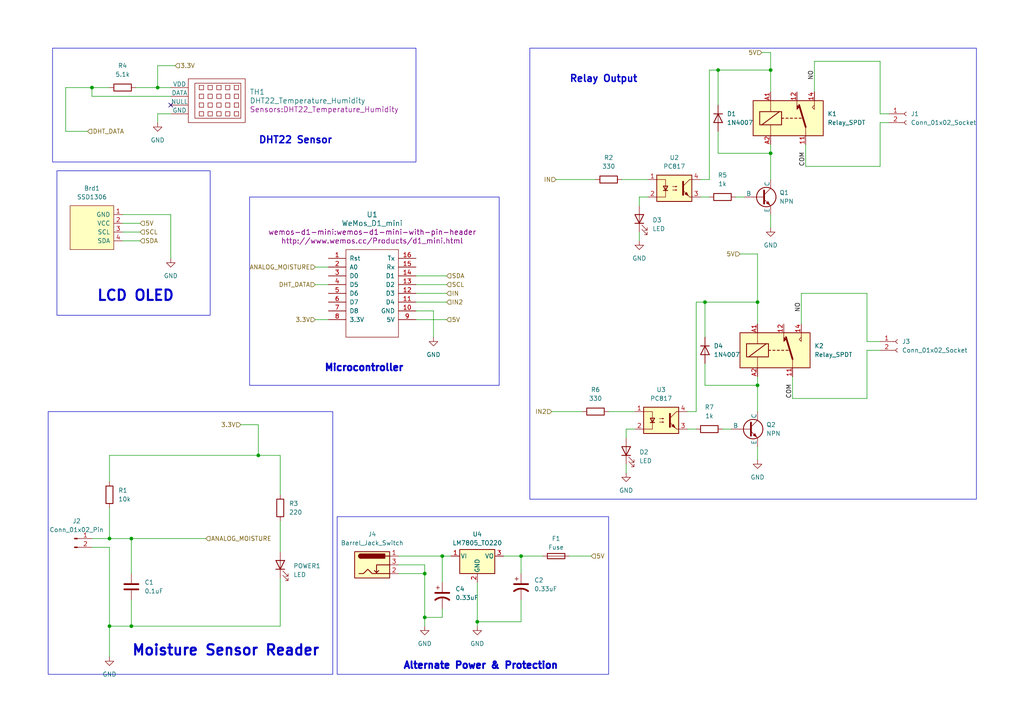
<source format=kicad_sch>
(kicad_sch (version 20230121) (generator eeschema)
  (paper "A4")
  (title_block (title "GreenConnect") (date "2023-12-18") (comment 1 "Kelompok 7") (comment 2 "Muhammad Daffa Aryasetya (2106705751)") (comment 3 "Elvina Sunardi (2106706413)") (comment 4 "Muhammad Taqiyuddin Al Ghazi (2106707044)"))
  (lib_symbols
    (symbol "Connector:Barrel_Jack_Switch" (pin_names hide)
      (property "Reference" "J" (at 0 5.334 0))
      (property "Value" "Barrel_Jack_Switch" (at 0 -5.08 0))
      (symbol "Barrel_Jack_Switch_0_1"
        (rectangle (start -5.08 3.81) (end 5.08 -3.81) (stroke (width 0.254)) (fill (type background)))
        (arc (start -3.302 3.175) (mid -3.9343 2.54) (end -3.302 1.905) (stroke (width 0.254)))
        (arc (start -3.302 3.175) (mid -3.9343 2.54) (end -3.302 1.905) (stroke (width 0.254)) (fill (type outline)))
        (polyline (pts (xy 1.27 -2.286) (xy 1.905 -1.651)) (stroke (width 0.254)))
        (polyline (pts (xy 5.08 2.54) (xy 3.81 2.54)) (stroke (width 0.254)))
        (polyline (pts (xy 5.08 0) (xy 1.27 0) (xy 1.27 -2.286) (xy 0.635 -1.651)) (stroke (width 0.254)))
        (polyline (pts (xy -3.81 -2.54) (xy -2.54 -2.54) (xy -1.27 -1.27) (xy 0 -2.54) (xy 2.54 -2.54) (xy 5.08 -2.54)) (stroke (width 0.254)))
        (rectangle (start 3.683 3.175) (end -3.302 1.905) (stroke (width 0.254)) (fill (type outline)))
      )
      (symbol "Barrel_Jack_Switch_1_1"
        (pin passive line (at 7.62 2.54 180) (length 2.54) (name "~") (number "1"))
        (pin passive line (at 7.62 -2.54 180) (length 2.54) (name "~") (number "2"))
        (pin passive line (at 7.62 0 180) (length 2.54) (name "~") (number "3"))
      )
    )
    (symbol "Connector:Conn_01x02_Pin" (pin_names (offset 1.016) hide)
      (property "Reference" "J" (at 0 2.54 0))
      (property "Value" "Conn_01x02_Pin" (at 0 -5.08 0))
      (symbol "Conn_01x02_Pin_1_1"
        (polyline (pts (xy 1.27 -2.54) (xy 0.8636 -2.54)) (stroke (width 0.1524)))
        (polyline (pts (xy 1.27 0) (xy 0.8636 0)) (stroke (width 0.1524)))
        (rectangle (start 0.8636 -2.413) (end 0 -2.667) (stroke (width 0.1524)) (fill (type outline)))
        (rectangle (start 0.8636 0.127) (end 0 -0.127) (stroke (width 0.1524)) (fill (type outline)))
        (pin passive line (at 5.08 0 180) (length 3.81) (name "Pin_1") (number "1"))
        (pin passive line (at 5.08 -2.54 180) (length 3.81) (name "Pin_2") (number "2"))
      )
    )
    (symbol "Connector:Conn_01x02_Socket" (pin_names (offset 1.016) hide)
      (property "Reference" "J" (at 0 2.54 0))
      (property "Value" "Conn_01x02_Socket" (at 0 -5.08 0))
      (symbol "Conn_01x02_Socket_1_1"
        (arc (start 0 -2.032) (mid -0.5058 -2.54) (end 0 -3.048) (stroke (width 0.1524)))
        (polyline (pts (xy -1.27 -2.54) (xy -0.508 -2.54)) (stroke (width 0.1524)))
        (polyline (pts (xy -1.27 0) (xy -0.508 0)) (stroke (width 0.1524)))
        (arc (start 0 0.508) (mid -0.5058 0) (end 0 -0.508) (stroke (width 0.1524)))
        (pin passive line (at -5.08 0 0) (length 3.81) (name "Pin_1") (number "1"))
        (pin passive line (at -5.08 -2.54 0) (length 3.81) (name "Pin_2") (number "2"))
      )
    )
    (symbol "Device:C" (pin_numbers hide) (pin_names (offset 0.254))
      (property "Reference" "C" (at 0.635 2.54 0))
      (property "Value" "C" (at 0.635 -2.54 0))
      (symbol "C_0_1"
        (polyline (pts (xy -2.032 -0.762) (xy 2.032 -0.762)) (stroke (width 0.508)))
        (polyline (pts (xy -2.032 0.762) (xy 2.032 0.762)) (stroke (width 0.508)))
      )
      (symbol "C_1_1"
        (pin passive line (at 0 3.81 270) (length 2.794) (name "~") (number "1"))
        (pin passive line (at 0 -3.81 90) (length 2.794) (name "~") (number "2"))
      )
    )
    (symbol "Device:C_Polarized_US" (pin_numbers hide) (pin_names (offset 0.254) hide)
      (property "Reference" "C" (at 0.635 2.54 0))
      (property "Value" "C_Polarized_US" (at 0.635 -2.54 0))
      (symbol "C_Polarized_US_0_1"
        (polyline (pts (xy -2.032 0.762) (xy 2.032 0.762)) (stroke (width 0.508)))
        (polyline (pts (xy -1.778 2.286) (xy -0.762 2.286)))
        (polyline (pts (xy -1.27 1.778) (xy -1.27 2.794)))
        (arc (start 2.032 -1.27) (mid 0 -0.5572) (end -2.032 -1.27) (stroke (width 0.508)))
      )
      (symbol "C_Polarized_US_1_1"
        (pin passive line (at 0 3.81 270) (length 2.794) (name "~") (number "1"))
        (pin passive line (at 0 -3.81 90) (length 3.302) (name "~") (number "2"))
      )
    )
    (symbol "Device:Fuse" (pin_numbers hide) (pin_names (offset 0))
      (property "Reference" "F" (at 2.032 0 90))
      (property "Value" "Fuse" (at -1.905 0 90))
      (symbol "Fuse_0_1"
        (rectangle (start -0.762 -2.54) (end 0.762 2.54) (stroke (width 0.254)))
        (polyline (pts (xy 0 2.54) (xy 0 -2.54)))
      )
      (symbol "Fuse_1_1"
        (pin passive line (at 0 3.81 270) (length 1.27) (name "~") (number "1"))
        (pin passive line (at 0 -3.81 90) (length 1.27) (name "~") (number "2"))
      )
    )
    (symbol "Device:LED" (pin_numbers hide) (pin_names (offset 1.016) hide)
      (property "Reference" "D" (at 0 2.54 0))
      (property "Value" "LED" (at 0 -2.54 0))
      (symbol "LED_0_1"
        (polyline (pts (xy -1.27 -1.27) (xy -1.27 1.27)) (stroke (width 0.254)))
        (polyline (pts (xy -1.27 0) (xy 1.27 0)))
        (polyline (pts (xy 1.27 -1.27) (xy 1.27 1.27) (xy -1.27 0) (xy 1.27 -1.27)) (stroke (width 0.254)))
        (polyline (pts (xy -3.048 -0.762) (xy -4.572 -2.286) (xy -3.81 -2.286) (xy -4.572 -2.286) (xy -4.572 -1.524)))
        (polyline (pts (xy -1.778 -0.762) (xy -3.302 -2.286) (xy -2.54 -2.286) (xy -3.302 -2.286) (xy -3.302 -1.524)))
      )
      (symbol "LED_1_1"
        (pin passive line (at -3.81 0 0) (length 2.54) (name "K") (number "1"))
        (pin passive line (at 3.81 0 180) (length 2.54) (name "A") (number "2"))
      )
    )
    (symbol "Device:R" (pin_numbers hide) (pin_names (offset 0))
      (property "Reference" "R" (at 2.032 0 90))
      (property "Value" "R" (at 0 0 90))
      (symbol "R_0_1"
        (rectangle (start -1.016 -2.54) (end 1.016 2.54) (stroke (width 0.254)))
      )
      (symbol "R_1_1"
        (pin passive line (at 0 3.81 270) (length 1.27) (name "~") (number "1"))
        (pin passive line (at 0 -3.81 90) (length 1.27) (name "~") (number "2"))
      )
    )
    (symbol "Diode:1N4007" (pin_numbers hide) (pin_names hide)
      (property "Reference" "D" (at 0 2.54 0))
      (property "Value" "1N4007" (at 0 -2.54 0))
      (symbol "1N4007_0_1"
        (polyline (pts (xy -1.27 1.27) (xy -1.27 -1.27)) (stroke (width 0.254)))
        (polyline (pts (xy 1.27 0) (xy -1.27 0)))
        (polyline (pts (xy 1.27 1.27) (xy 1.27 -1.27) (xy -1.27 0) (xy 1.27 1.27)) (stroke (width 0.254)))
      )
      (symbol "1N4007_1_1"
        (pin passive line (at -3.81 0 0) (length 2.54) (name "K") (number "1"))
        (pin passive line (at 3.81 0 180) (length 2.54) (name "A") (number "2"))
      )
    )
    (symbol "Isolator:PC817" (pin_names (offset 1.016))
      (property "Reference" "U" (at -5.08 5.08 0))
      (property "Value" "PC817" (at 0 5.08 0))
      (symbol "PC817_0_1"
        (rectangle (start -5.08 3.81) (end 5.08 -3.81) (stroke (width 0.254)) (fill (type background)))
        (polyline (pts (xy -3.175 -0.635) (xy -1.905 -0.635)) (stroke (width 0.254)))
        (polyline (pts (xy 2.54 0.635) (xy 4.445 2.54)))
        (polyline (pts (xy 4.445 -2.54) (xy 2.54 -0.635)) (fill (type outline)))
        (polyline (pts (xy 4.445 -2.54) (xy 5.08 -2.54)))
        (polyline (pts (xy 4.445 2.54) (xy 5.08 2.54)))
        (polyline (pts (xy -5.08 2.54) (xy -2.54 2.54) (xy -2.54 -0.635)))
        (polyline (pts (xy -2.54 -0.635) (xy -2.54 -2.54) (xy -5.08 -2.54)))
        (polyline (pts (xy 2.54 1.905) (xy 2.54 -1.905) (xy 2.54 -1.905)) (stroke (width 0.508)))
        (polyline (pts (xy -2.54 -0.635) (xy -3.175 0.635) (xy -1.905 0.635) (xy -2.54 -0.635)) (stroke (width 0.254)))
        (polyline (pts (xy -0.508 -0.508) (xy 0.762 -0.508) (xy 0.381 -0.635) (xy 0.381 -0.381) (xy 0.762 -0.508)))
        (polyline (pts (xy -0.508 0.508) (xy 0.762 0.508) (xy 0.381 0.381) (xy 0.381 0.635) (xy 0.762 0.508)))
        (polyline (pts (xy 3.048 -1.651) (xy 3.556 -1.143) (xy 4.064 -2.159) (xy 3.048 -1.651) (xy 3.048 -1.651)) (fill (type outline)))
      )
      (symbol "PC817_1_1"
        (pin passive line (at -7.62 2.54 0) (length 2.54) (name "~") (number "1"))
        (pin passive line (at -7.62 -2.54 0) (length 2.54) (name "~") (number "2"))
        (pin passive line (at 7.62 -2.54 180) (length 2.54) (name "~") (number "3"))
        (pin passive line (at 7.62 2.54 180) (length 2.54) (name "~") (number "4"))
      )
    )
    (symbol "Regulator_Linear:LM7805_TO220" (pin_names (offset 0.254))
      (property "Reference" "U" (at -3.81 3.175 0))
      (property "Value" "LM7805_TO220" (at 0 3.175 0))
      (symbol "LM7805_TO220_0_1"
        (rectangle (start -5.08 1.905) (end 5.08 -5.08) (stroke (width 0.254)) (fill (type background)))
      )
      (symbol "LM7805_TO220_1_1"
        (pin power_in line (at -7.62 0 0) (length 2.54) (name "VI") (number "1"))
        (pin power_in line (at 0 -7.62 90) (length 2.54) (name "GND") (number "2"))
        (pin power_out line (at 7.62 0 180) (length 2.54) (name "VO") (number "3"))
      )
    )
    (symbol "Relay:Relay_SPDT"
      (property "Reference" "K" (at 11.43 3.81 0))
      (property "Value" "Relay_SPDT" (at 11.43 1.27 0))
      (symbol "Relay_SPDT_0_0"
        (polyline (pts (xy 7.62 5.08) (xy 7.62 2.54) (xy 6.985 3.175) (xy 7.62 3.81)))
      )
      (symbol "Relay_SPDT_0_1"
        (rectangle (start -10.16 5.08) (end 10.16 -5.08) (stroke (width 0.254)) (fill (type background)))
        (rectangle (start -8.255 1.905) (end -1.905 -1.905) (stroke (width 0.254)))
        (polyline (pts (xy -7.62 -1.905) (xy -2.54 1.905)) (stroke (width 0.254)))
        (polyline (pts (xy -5.08 -5.08) (xy -5.08 -1.905)))
        (polyline (pts (xy -5.08 5.08) (xy -5.08 1.905)))
        (polyline (pts (xy -1.905 0) (xy -1.27 0)) (stroke (width 0.254)))
        (polyline (pts (xy -0.635 0) (xy 0 0)) (stroke (width 0.254)))
        (polyline (pts (xy 0.635 0) (xy 1.27 0)) (stroke (width 0.254)))
        (polyline (pts (xy 1.905 0) (xy 2.54 0)) (stroke (width 0.254)))
        (polyline (pts (xy 3.175 0) (xy 3.81 0)) (stroke (width 0.254)))
        (polyline (pts (xy 5.08 -2.54) (xy 3.175 3.81)) (stroke (width 0.508)))
        (polyline (pts (xy 5.08 -2.54) (xy 5.08 -5.08)))
        (polyline (pts (xy 2.54 5.08) (xy 2.54 2.54) (xy 3.175 3.175) (xy 2.54 3.81)) (fill (type outline)))
      )
      (symbol "Relay_SPDT_1_1"
        (pin passive line (at 5.08 -7.62 90) (length 2.54) (name "~") (number "11"))
        (pin passive line (at 2.54 7.62 270) (length 2.54) (name "~") (number "12"))
        (pin passive line (at 7.62 7.62 270) (length 2.54) (name "~") (number "14"))
        (pin passive line (at -5.08 7.62 270) (length 2.54) (name "~") (number "A1"))
        (pin passive line (at -5.08 -7.62 90) (length 2.54) (name "~") (number "A2"))
      )
    )
    (symbol "SSD1306-128x64_OLED:SSD1306" (pin_names (offset 1.016))
      (property "Reference" "Brd" (at 0 -3.81 0))
      (property "Value" "SSD1306" (at 0 -1.27 0))
      (symbol "SSD1306_0_1"
        (rectangle (start -6.35 6.35) (end 6.35 -6.35) (fill (type background)))
      )
      (symbol "SSD1306_1_1"
        (pin input line (at -3.81 8.89 270) (length 2.54) (name "GND") (number "1"))
        (pin input line (at -1.27 8.89 270) (length 2.54) (name "VCC") (number "2"))
        (pin input line (at 1.27 8.89 270) (length 2.54) (name "SCL") (number "3"))
        (pin input line (at 3.81 8.89 270) (length 2.54) (name "SDA") (number "4"))
      )
    )
    (symbol "Simulation_SPICE:NPN" (pin_numbers hide) (pin_names (offset 0))
      (property "Reference" "Q" (at -2.54 7.62 0))
      (property "Value" "NPN" (at -2.54 5.08 0))
      (symbol "NPN_0_1"
        (polyline (pts (xy -2.54 0) (xy 0.635 0)) (stroke (width 0.1524)))
        (polyline (pts (xy 0.635 0.635) (xy 2.54 2.54)))
        (polyline (pts (xy 2.794 -1.27) (xy 2.794 -1.27)) (stroke (width 0.1524)))
        (polyline (pts (xy 2.794 -1.27) (xy 2.794 -1.27)) (stroke (width 0.1524)))
        (polyline (pts (xy 0.635 -0.635) (xy 2.54 -2.54) (xy 2.54 -2.54)))
        (polyline (pts (xy 0.635 1.905) (xy 0.635 -1.905) (xy 0.635 -1.905)) (stroke (width 0.508)))
        (polyline (pts (xy 1.27 -1.778) (xy 1.778 -1.27) (xy 2.286 -2.286) (xy 1.27 -1.778) (xy 1.27 -1.778)) (fill (type outline)))
        (circle (center 1.27 0) (radius 2.8194) (stroke (width 0.254)))
      )
      (symbol "NPN_1_1"
        (pin open_collector line (at 2.54 5.08 270) (length 2.54) (name "C") (number "1"))
        (pin input line (at -5.08 0 0) (length 2.54) (name "B") (number "2"))
        (pin open_emitter line (at 2.54 -5.08 90) (length 2.54) (name "E") (number "3"))
      )
    )
    (symbol "power:GND" (power) (pin_names (offset 0))
      (property "Value" "GND" (at 0 -3.81 0))
      (symbol "GND_0_1"
        (polyline (pts (xy 0 0) (xy 0 -1.27) (xy 1.27 -1.27) (xy 0 -2.54) (xy -1.27 -1.27) (xy 0 -1.27)))
      )
      (symbol "GND_1_1"
        (pin power_in line (at 0 0 270) (length 0) hide (name "GND") (number "1"))
      )
    )
    (symbol "sensors:DHT22_Temperature_Humidity" (pin_numbers hide) (pin_names (offset 0))
      (property "Reference" "TH" (at 0 26.67 0))
      (property "Value" "DHT22_Temperature_Humidity" (at 0 24.13 0))
      (symbol "DHT22_Temperature_Humidity_0_1"
        (rectangle (start -6.35 5.08) (end 6.35 21.59))
        (rectangle (start -4.445 9.525) (end -3.175 8.255))
        (rectangle (start -4.445 12.065) (end -3.175 10.795))
        (rectangle (start -4.445 14.605) (end -3.175 13.335))
        (rectangle (start -4.445 17.145) (end -3.175 15.875))
        (rectangle (start -4.445 19.685) (end -3.175 18.415))
        (rectangle (start -1.905 8.255) (end -0.635 9.525))
        (rectangle (start -1.905 10.795) (end -0.635 12.065))
        (rectangle (start -1.905 13.335) (end -0.635 14.605))
        (rectangle (start -1.905 15.875) (end -0.635 17.145))
        (rectangle (start -1.905 18.415) (end -0.635 19.685))
        (rectangle (start 0.635 8.255) (end 1.905 9.525))
        (rectangle (start 0.635 10.795) (end 1.905 12.065))
        (rectangle (start 0.635 13.335) (end 1.905 14.605))
        (rectangle (start 0.635 15.875) (end 1.905 17.145))
        (rectangle (start 0.635 18.415) (end 1.905 19.685))
        (rectangle (start 3.175 8.255) (end 4.445 9.525))
        (rectangle (start 3.175 10.795) (end 4.445 12.065))
        (rectangle (start 3.175 13.335) (end 4.445 14.605))
        (rectangle (start 3.175 15.875) (end 4.445 17.145))
        (rectangle (start 3.175 18.415) (end 4.445 19.685))
        (rectangle (start 5.08 6.985) (end -5.08 20.32))
      )
      (symbol "DHT22_Temperature_Humidity_1_1"
        (pin power_in line (at -3.81 0 90) (length 5.08) (name "VDD") (number "1"))
        (pin input line (at -1.27 0 90) (length 5.08) (name "DATA") (number "2"))
        (pin no_connect line (at 1.27 0 90) (length 5.08) (name "NULL") (number "3"))
        (pin power_in line (at 3.81 0 90) (length 5.08) (name "GND") (number "4"))
      )
    )
    (symbol "wemos_mini:WeMos_D1_mini" (pin_names (offset 1.016))
      (property "Reference" "U" (at 0 12.7 0))
      (property "Value" "WeMos_D1_mini" (at 0 -12.7 0))
      (property "Footprint" "wemos-d1-mini:wemos-d1-mini-with-pin-header" (at 13.97 -17.78 0))
      (property "Datasheet" "http://www.wemos.cc/Products/d1_mini.html" (at 7.62 -20.32 0))
      (symbol "WeMos_D1_mini_0_1"
        (rectangle (start -7.62 11.43) (end 7.62 -13.97))
      )
      (symbol "WeMos_D1_mini_1_1"
        (pin bidirectional line (at -12.7 8.89 0) (length 5.08) (name "Rst") (number "1"))
        (pin power_in line (at 12.7 -6.35 180) (length 5.08) (name "GND") (number "10"))
        (pin bidirectional line (at 12.7 -3.81 180) (length 5.08) (name "D4") (number "11"))
        (pin bidirectional line (at 12.7 -1.27 180) (length 5.08) (name "D3") (number "12"))
        (pin bidirectional line (at 12.7 1.27 180) (length 5.08) (name "D2") (number "13"))
        (pin bidirectional line (at 12.7 3.81 180) (length 5.08) (name "D1") (number "14"))
        (pin bidirectional line (at 12.7 6.35 180) (length 5.08) (name "Rx") (number "15"))
        (pin bidirectional line (at 12.7 8.89 180) (length 5.08) (name "Tx") (number "16"))
        (pin bidirectional line (at -12.7 6.35 0) (length 5.08) (name "A0") (number "2"))
        (pin bidirectional line (at -12.7 3.81 0) (length 5.08) (name "D0") (number "3"))
        (pin bidirectional line (at -12.7 1.27 0) (length 5.08) (name "D5") (number "4"))
        (pin bidirectional line (at -12.7 -1.27 0) (length 5.08) (name "D6") (number "5"))
        (pin bidirectional line (at -12.7 -3.81 0) (length 5.08) (name "D7") (number "6"))
        (pin bidirectional line (at -12.7 -6.35 0) (length 5.08) (name "D8") (number "7"))
        (pin power_out line (at -12.7 -8.89 0) (length 5.08) (name "3.3V") (number "8"))
        (pin power_in line (at 12.7 -8.89 180) (length 5.08) (name "5V") (number "9"))
      )
    )
  )
  (junction (at 45.72 25.4))
  (junction (at 223.52 44.45))
  (junction (at 26.67 25.4))
  (junction (at 223.52 20.32))
  (junction (at 31.75 156.21))
  (junction (at 151.13 161.29))
  (junction (at 31.75 181.61))
  (junction (at 38.1 181.61))
  (junction (at 128.27 161.29))
  (junction (at 138.43 180.34))
  (junction (at 123.19 179.07))
  (junction (at 74.93 132.08))
  (junction (at 204.47 87.63))
  (junction (at 219.71 111.76))
  (junction (at 219.71 87.63))
  (junction (at 38.1 156.21))
  (junction (at 208.28 20.32))
  (junction (at 123.19 166.37))
  (no_connect (at 49.53 30.48))
  (wire (pts (xy 120.65 92.71) (xy 129.54 92.71)))
  (wire (pts (xy 128.27 179.07) (xy 123.19 179.07)))
  (wire (pts (xy 255.27 101.6) (xy 251.46 101.6)))
  (wire (pts (xy 251.46 101.6) (xy 251.46 115.57)))
  (wire (pts (xy 31.75 139.7) (xy 31.75 132.08)))
  (wire (pts (xy 219.71 111.76) (xy 219.71 109.22)))
  (wire (pts (xy 220.98 15.24) (xy 223.52 15.24)))
  (wire (pts (xy 229.87 115.57) (xy 251.46 115.57)))
  (wire (pts (xy 45.72 25.4) (xy 39.37 25.4)))
  (wire (pts (xy 205.74 20.32) (xy 205.74 52.07)))
  (wire (pts (xy 120.65 90.17) (xy 125.73 90.17)))
  (wire (pts (xy 123.19 166.37) (xy 123.19 179.07)))
  (wire (pts (xy 185.42 57.15) (xy 187.96 57.15)))
  (wire (pts (xy 223.52 62.23) (xy 223.52 66.04)))
  (wire (pts (xy 203.2 57.15) (xy 205.74 57.15)))
  (wire (pts (xy 219.71 73.66) (xy 214.63 73.66)))
  (wire (pts (xy 128.27 161.29) (xy 130.81 161.29)))
  (wire (pts (xy 38.1 156.21) (xy 59.69 156.21)))
  (wire (pts (xy 219.71 73.66) (xy 219.71 87.63)))
  (wire (pts (xy 151.13 180.34) (xy 138.43 180.34)))
  (wire (pts (xy 209.55 124.46) (xy 212.09 124.46)))
  (wire (pts (xy 219.71 111.76) (xy 219.71 119.38)))
  (wire (pts (xy 49.53 25.4) (xy 45.72 25.4)))
  (wire (pts (xy 208.28 20.32) (xy 223.52 20.32)))
  (wire (pts (xy 35.56 67.31) (xy 40.64 67.31)))
  (wire (pts (xy 19.05 38.1) (xy 25.4 38.1)))
  (wire (pts (xy 123.19 179.07) (xy 123.19 181.61)))
  (wire (pts (xy 223.52 44.45) (xy 223.52 52.07)))
  (wire (pts (xy 26.67 27.94) (xy 49.53 27.94)))
  (wire (pts (xy 199.39 119.38) (xy 201.93 119.38)))
  (wire (pts (xy 128.27 176.53) (xy 128.27 179.07)))
  (wire (pts (xy 49.53 33.02) (xy 45.72 33.02)))
  (wire (pts (xy 138.43 180.34) (xy 138.43 181.61)))
  (wire (pts (xy 185.42 57.15) (xy 185.42 59.69)))
  (wire (pts (xy 91.44 77.47) (xy 95.25 77.47)))
  (wire (pts (xy 120.65 82.55) (xy 129.54 82.55)))
  (wire (pts (xy 165.1 161.29) (xy 171.45 161.29)))
  (wire (pts (xy 161.29 52.07) (xy 172.72 52.07)))
  (wire (pts (xy 26.67 158.75) (xy 31.75 158.75)))
  (wire (pts (xy 204.47 111.76) (xy 219.71 111.76)))
  (wire (pts (xy 31.75 132.08) (xy 74.93 132.08)))
  (wire (pts (xy 223.52 15.24) (xy 223.52 20.32)))
  (wire (pts (xy 125.73 90.17) (xy 125.73 97.79)))
  (wire (pts (xy 91.44 92.71) (xy 95.25 92.71)))
  (wire (pts (xy 45.72 19.05) (xy 50.8 19.05)))
  (wire (pts (xy 120.65 85.09) (xy 129.54 85.09)))
  (wire (pts (xy 233.68 48.26) (xy 255.27 48.26)))
  (wire (pts (xy 208.28 44.45) (xy 223.52 44.45)))
  (wire (pts (xy 115.57 163.83) (xy 123.19 163.83)))
  (wire (pts (xy 160.02 119.38) (xy 168.91 119.38)))
  (wire (pts (xy 181.61 124.46) (xy 181.61 127)))
  (wire (pts (xy 95.25 82.55) (xy 91.44 82.55)))
  (wire (pts (xy 213.36 57.15) (xy 215.9 57.15)))
  (wire (pts (xy 31.75 156.21) (xy 31.75 147.32)))
  (wire (pts (xy 201.93 87.63) (xy 204.47 87.63)))
  (wire (pts (xy 236.22 17.78) (xy 255.27 17.78)))
  (wire (pts (xy 255.27 33.02) (xy 257.81 33.02)))
  (wire (pts (xy 181.61 124.46) (xy 184.15 124.46)))
  (wire (pts (xy 151.13 161.29) (xy 151.13 166.37)))
  (wire (pts (xy 26.67 25.4) (xy 26.67 27.94)))
  (wire (pts (xy 45.72 19.05) (xy 45.72 25.4)))
  (wire (pts (xy 232.41 85.09) (xy 251.46 85.09)))
  (wire (pts (xy 204.47 111.76) (xy 204.47 105.41)))
  (wire (pts (xy 199.39 124.46) (xy 201.93 124.46)))
  (wire (pts (xy 69.85 123.19) (xy 74.93 123.19)))
  (wire (pts (xy 74.93 123.19) (xy 74.93 132.08)))
  (wire (pts (xy 31.75 156.21) (xy 38.1 156.21)))
  (wire (pts (xy 31.75 181.61) (xy 31.75 190.5)))
  (wire (pts (xy 219.71 129.54) (xy 219.71 133.35)))
  (wire (pts (xy 128.27 161.29) (xy 128.27 168.91)))
  (wire (pts (xy 31.75 158.75) (xy 31.75 181.61)))
  (wire (pts (xy 123.19 163.83) (xy 123.19 166.37)))
  (wire (pts (xy 45.72 33.02) (xy 45.72 35.56)))
  (wire (pts (xy 185.42 67.31) (xy 185.42 69.85)))
  (wire (pts (xy 31.75 181.61) (xy 38.1 181.61)))
  (wire (pts (xy 151.13 161.29) (xy 157.48 161.29)))
  (wire (pts (xy 81.28 143.51) (xy 81.28 132.08)))
  (wire (pts (xy 223.52 20.32) (xy 223.52 26.67)))
  (wire (pts (xy 81.28 167.64) (xy 81.28 181.61)))
  (wire (pts (xy 19.05 25.4) (xy 26.67 25.4)))
  (wire (pts (xy 120.65 87.63) (xy 129.54 87.63)))
  (wire (pts (xy 204.47 87.63) (xy 204.47 97.79)))
  (wire (pts (xy 35.56 62.23) (xy 49.53 62.23)))
  (wire (pts (xy 120.65 80.01) (xy 129.54 80.01)))
  (wire (pts (xy 236.22 26.67) (xy 236.22 17.78)))
  (wire (pts (xy 180.34 52.07) (xy 187.96 52.07)))
  (wire (pts (xy 223.52 44.45) (xy 223.52 41.91)))
  (wire (pts (xy 81.28 151.13) (xy 81.28 160.02)))
  (wire (pts (xy 26.67 156.21) (xy 31.75 156.21)))
  (wire (pts (xy 233.68 41.91) (xy 233.68 48.26)))
  (wire (pts (xy 176.53 119.38) (xy 184.15 119.38)))
  (wire (pts (xy 251.46 85.09) (xy 251.46 99.06)))
  (wire (pts (xy 49.53 62.23) (xy 49.53 74.93)))
  (wire (pts (xy 257.81 35.56) (xy 255.27 35.56)))
  (wire (pts (xy 38.1 156.21) (xy 38.1 166.37)))
  (wire (pts (xy 35.56 69.85) (xy 40.64 69.85)))
  (wire (pts (xy 138.43 168.91) (xy 138.43 180.34)))
  (wire (pts (xy 201.93 87.63) (xy 201.93 119.38)))
  (wire (pts (xy 74.93 132.08) (xy 81.28 132.08)))
  (wire (pts (xy 146.05 161.29) (xy 151.13 161.29)))
  (wire (pts (xy 35.56 64.77) (xy 40.64 64.77)))
  (wire (pts (xy 229.87 109.22) (xy 229.87 115.57)))
  (wire (pts (xy 208.28 20.32) (xy 208.28 30.48)))
  (wire (pts (xy 181.61 134.62) (xy 181.61 137.16)))
  (wire (pts (xy 208.28 44.45) (xy 208.28 38.1)))
  (wire (pts (xy 204.47 87.63) (xy 219.71 87.63)))
  (wire (pts (xy 151.13 173.99) (xy 151.13 180.34)))
  (wire (pts (xy 255.27 17.78) (xy 255.27 33.02)))
  (wire (pts (xy 38.1 181.61) (xy 81.28 181.61)))
  (wire (pts (xy 38.1 173.99) (xy 38.1 181.61)))
  (wire (pts (xy 219.71 87.63) (xy 219.71 93.98)))
  (wire (pts (xy 19.05 25.4) (xy 19.05 38.1)))
  (wire (pts (xy 31.75 25.4) (xy 26.67 25.4)))
  (wire (pts (xy 203.2 52.07) (xy 205.74 52.07)))
  (wire (pts (xy 205.74 20.32) (xy 208.28 20.32)))
  (wire (pts (xy 232.41 93.98) (xy 232.41 85.09)))
  (wire (pts (xy 251.46 99.06) (xy 255.27 99.06)))
  (wire (pts (xy 115.57 166.37) (xy 123.19 166.37)))
  (wire (pts (xy 115.57 161.29) (xy 128.27 161.29)))
  (wire (pts (xy 255.27 35.56) (xy 255.27 48.26)))
  (rectangle (start 72.39 57.15) (end 144.78 111.76))
  (rectangle (start 13.97 119.38) (end 96.52 195.58))
  (rectangle (start 16.51 49.53) (end 60.96 91.44))
  (rectangle (start 153.67 13.97) (end 283.21 144.78))
  (rectangle (start 15.24 13.97) (end 120.65 46.99))
  (rectangle (start 97.79 149.86) (end 176.53 195.58))
  (text "Moisture Sensor Reader" (at 38.1 190.5 0) (effects (font (size 3 3) (thickness 0.6) bold) (justify left bottom)))
  (text "Microcontroller" (at 93.98 107.95 0) (effects (font (size 2 2) (thickness 0.6) bold) (justify left bottom)))
  (text "Alternate Power & Protection" (at 116.84 194.31 0) (effects (font (size 2 2) (thickness 0.6) bold) (justify left bottom)))
  (text "Relay Output" (at 165.1 24.13 0) (effects (font (size 2 2) bold) (justify left bottom)))
  (text "LCD OLED" (at 27.94 87.63 0) (effects (font (size 3 3) (thickness 0.6) bold) (justify left bottom)))
  (text "DHT22 Sensor\n" (at 74.93 41.91 0) (effects (font (size 2 2) (thickness 0.4) bold) (justify left bottom)))
  (label "COM" (at 229.87 115.57 90))
  (label "COM" (at 233.68 48.26 90))
  (label "NO" (at 232.41 87.63 270))
  (label "NO" (at 236.22 20.32 270))
  (hierarchical_label "ANALOG_MOISTURE" (shape input) (at 59.69 156.21 0))
  (hierarchical_label "3.3V" (shape input) (at 50.8 19.05 0))
  (hierarchical_label "IN" (shape input) (at 161.29 52.07 180))
  (hierarchical_label "SCL" (shape input) (at 129.54 82.55 0))
  (hierarchical_label "IN2" (shape input) (at 129.54 87.63 0))
  (hierarchical_label "3.3V" (shape input) (at 69.85 123.19 180))
  (hierarchical_label "SCL" (shape input) (at 40.64 67.31 0))
  (hierarchical_label "SDA" (shape input) (at 129.54 80.01 0))
  (hierarchical_label "IN" (shape input) (at 129.54 85.09 0))
  (hierarchical_label "DHT_DATA" (shape input) (at 25.4 38.1 0))
  (hierarchical_label "5V" (shape input) (at 171.45 161.29 0))
  (hierarchical_label "5V" (shape input) (at 40.64 64.77 0))
  (hierarchical_label "ANALOG_MOISTURE" (shape input) (at 91.44 77.47 180))
  (hierarchical_label "5V" (shape input) (at 220.98 15.24 180))
  (hierarchical_label "5V" (shape input) (at 214.63 73.66 180))
  (hierarchical_label "3.3V" (shape input) (at 91.44 92.71 180))
  (hierarchical_label "SDA" (shape input) (at 40.64 69.85 0))
  (hierarchical_label "5V" (shape input) (at 129.54 92.71 0))
  (hierarchical_label "DHT_DATA" (shape input) (at 91.44 82.55 180))
  (hierarchical_label "IN2" (shape input) (at 160.02 119.38 180))
  (symbol (lib_id "Simulation_SPICE:NPN") (at 217.17 124.46 0) (unit 1)
    (property "Reference" "Q2" (at 222.25 123.19 0) (effects (justify left)))
    (property "Value" "NPN" (at 222.25 125.73 0) (effects (justify left)))
    (property "Footprint" "Package_TO_SOT_SMD:TSOT-23" (effects hide))
    (property "Sim.Device" "NPN" (effects hide))
    (property "Sim.Type" "GUMMELPOON" (effects hide))
    (property "Sim.Pins" "1=C 2=B 3=E" (effects hide))
  )
  (symbol (lib_id "power:GND") (at 31.75 190.5 0) (unit 1)
    (property "Reference" "#PWR02" (effects hide))
    (property "Value" "GND" (at 31.75 195.58 0))
  )
  (symbol (lib_id "power:GND") (at 185.42 69.85 0) (unit 1)
    (property "Reference" "#PWR01" (effects hide))
    (property "Value" "GND" (at 185.42 74.93 0))
  )
  (symbol (lib_id "Device:C_Polarized_US") (at 128.27 172.72 0) (unit 1)
    (property "Reference" "C4" (at 132.08 170.815 0) (effects (justify left)))
    (property "Value" "0.33uF" (at 132.08 173.355 0) (effects (justify left)))
    (property "Footprint" "Capacitor_SMD:C_0805_2012Metric" (effects hide))
  )
  (symbol (lib_id "Device:LED") (at 81.28 163.83 90) (unit 1)
    (property "Reference" "POWER1" (at 85.09 164.1475 90) (effects (justify right)))
    (property "Value" "LED" (at 85.09 166.6875 90) (effects (justify right)))
    (property "Footprint" "LED_SMD:LED_0805_2012Metric" (effects hide))
  )
  (symbol (lib_id "Device:R") (at 172.72 119.38 90) (unit 1)
    (property "Reference" "R6" (at 172.72 113.03 90))
    (property "Value" "330" (at 172.72 115.57 90))
    (property "Footprint" "Resistor_SMD:R_0805_2012Metric" (effects hide))
  )
  (symbol (lib_id "power:GND") (at 49.53 74.93 0) (unit 1)
    (property "Reference" "#PWR010" (effects hide))
    (property "Value" "GND" (at 49.53 80.01 0))
  )
  (symbol (lib_id "Diode:1N4007") (at 204.47 101.6 270) (unit 1)
    (property "Reference" "D4" (at 207.01 100.33 90) (effects (justify left)))
    (property "Value" "1N4007" (at 207.01 102.87 90) (effects (justify left)))
    (property "Footprint" "Diode_SMD:D_0805_2012Metric" (effects hide))
    (property "Datasheet" "http://www.vishay.com/docs/88503/1n4001.pdf" (effects hide))
    (property "Sim.Device" "D" (effects hide))
    (property "Sim.Pins" "1=K 2=A" (effects hide))
  )
  (symbol (lib_id "Regulator_Linear:LM7805_TO220") (at 138.43 161.29 0) (unit 1)
    (property "Reference" "U4" (at 138.43 154.94 0))
    (property "Value" "LM7805_TO220" (at 138.43 157.48 0))
    (property "Footprint" "Package_TO_SOT_THT:TO-220-3_Vertical" (effects hide))
    (property "Datasheet" "https://www.onsemi.cn/PowerSolutions/document/MC7800-D.PDF" (effects hide))
  )
  (symbol (lib_id "Connector:Conn_01x02_Socket") (at 260.35 99.06 0) (unit 1)
    (property "Reference" "J3" (at 261.62 99.06 0) (effects (justify left)))
    (property "Value" "Conn_01x02_Socket" (at 261.62 101.6 0) (effects (justify left)))
    (property "Footprint" "Connector_Wire:SolderWire-2.5sqmm_1x02_P8.8mm_D2.4mm_OD4.4mm" (effects hide))
  )
  (symbol (lib_id "SSD1306-128x64_OLED:SSD1306") (at 26.67 66.04 270) (unit 1)
    (property "Reference" "Brd1" (at 26.67 54.61 90))
    (property "Value" "SSD1306" (at 26.67 57.15 90))
    (property "Footprint" "SSD1306:128x64OLED" (effects hide))
  )
  (symbol (lib_id "Relay:Relay_SPDT") (at 224.79 101.6 0) (unit 1)
    (property "Reference" "K2" (at 236.22 100.33 0) (effects (justify left)))
    (property "Value" "Relay_SPDT" (at 236.22 102.87 0) (effects (justify left)))
    (property "Footprint" "Relay_THT:Relay_SPDT_Finder_36.11" (effects hide))
  )
  (symbol (lib_id "Device:R") (at 81.28 147.32 0) (unit 1)
    (property "Reference" "R3" (at 83.82 146.05 0) (effects (justify left)))
    (property "Value" "220" (at 83.82 148.59 0) (effects (justify left)))
    (property "Footprint" "Resistor_SMD:R_0805_2012Metric" (effects hide))
  )
  (symbol (lib_id "Connector:Conn_01x02_Pin") (at 21.59 156.21 0) (unit 1)
    (property "Reference" "J2" (at 22.225 151.13 0))
    (property "Value" "Conn_01x02_Pin" (at 22.225 153.67 0))
    (property "Footprint" "Connector_PinSocket_2.54mm:PinSocket_1x02_P2.54mm_Vertical" (effects hide))
  )
  (symbol (lib_id "Simulation_SPICE:NPN") (at 220.98 57.15 0) (unit 1)
    (property "Reference" "Q1" (at 226.06 55.88 0) (effects (justify left)))
    (property "Value" "NPN" (at 226.06 58.42 0) (effects (justify left)))
    (property "Footprint" "Package_TO_SOT_SMD:TSOT-23" (effects hide))
    (property "Sim.Device" "NPN" (effects hide))
    (property "Sim.Type" "GUMMELPOON" (effects hide))
    (property "Sim.Pins" "1=C 2=B 3=E" (effects hide))
  )
  (symbol (lib_id "Connector:Barrel_Jack_Switch") (at 107.95 163.83 0) (unit 1)
    (property "Reference" "J4" (at 107.95 154.94 0))
    (property "Value" "Barrel_Jack_Switch" (at 107.95 157.48 0))
    (property "Footprint" "Connector_BarrelJack:BarrelJack_Horizontal" (effects hide))
  )
  (symbol (lib_id "power:GND") (at 125.73 97.79 0) (unit 1)
    (property "Reference" "#PWR04" (effects hide))
    (property "Value" "GND" (at 125.73 102.87 0))
  )
  (symbol (lib_id "Device:LED") (at 185.42 63.5 90) (unit 1)
    (property "Reference" "D3" (at 189.23 63.8175 90) (effects (justify right)))
    (property "Value" "LED" (at 189.23 66.3575 90) (effects (justify right)))
    (property "Footprint" "LED_SMD:LED_0805_2012Metric" (effects hide))
  )
  (symbol (lib_id "power:GND") (at 123.19 181.61 0) (unit 1)
    (property "Reference" "#PWR08" (effects hide))
    (property "Value" "GND" (at 123.19 186.69 0))
  )
  (symbol (lib_id "power:GND") (at 45.72 35.56 0) (unit 1)
    (property "Reference" "#PWR06" (effects hide))
    (property "Value" "GND" (at 45.72 40.64 0))
  )
  (symbol (lib_id "Device:Fuse") (at 161.29 161.29 90) (unit 1)
    (property "Reference" "F1" (at 161.29 156.21 90))
    (property "Value" "Fuse" (at 161.29 158.75 90))
    (property "Footprint" "Fuse:Fuse_0805_2012Metric" (effects hide))
  )
  (symbol (lib_id "Device:R") (at 31.75 143.51 0) (unit 1)
    (property "Reference" "R1" (at 34.29 142.24 0) (effects (justify left)))
    (property "Value" "10k" (at 34.29 144.78 0) (effects (justify left)))
    (property "Footprint" "Resistor_SMD:R_0805_2012Metric" (effects hide))
  )
  (symbol (lib_id "Diode:1N4007") (at 208.28 34.29 270) (unit 1)
    (property "Reference" "D1" (at 210.82 33.02 90) (effects (justify left)))
    (property "Value" "1N4007" (at 210.82 35.56 90) (effects (justify left)))
    (property "Footprint" "Diode_SMD:D_0805_2012Metric" (effects hide))
    (property "Datasheet" "http://www.vishay.com/docs/88503/1n4001.pdf" (effects hide))
    (property "Sim.Device" "D" (effects hide))
    (property "Sim.Pins" "1=K 2=A" (effects hide))
  )
  (symbol (lib_id "Isolator:PC817") (at 195.58 54.61 0) (unit 1)
    (property "Reference" "U2" (at 195.58 45.72 0))
    (property "Value" "PC817" (at 195.58 48.26 0))
    (property "Footprint" "Package_DIP:DIP-4_W7.62mm_SMDSocket_SmallPads" (effects hide))
    (property "Datasheet" "http://www.soselectronic.cz/a_info/resource/d/pc817.pdf" (effects hide))
  )
  (symbol (lib_id "power:GND") (at 219.71 133.35 0) (unit 1)
    (property "Reference" "#PWR07" (effects hide))
    (property "Value" "GND" (at 219.71 138.43 0))
  )
  (symbol (lib_id "Device:C_Polarized_US") (at 151.13 170.18 0) (unit 1)
    (property "Reference" "C2" (at 154.94 168.275 0) (effects (justify left)))
    (property "Value" "0.33uF" (at 154.94 170.815 0) (effects (justify left)))
    (property "Footprint" "Capacitor_SMD:C_0805_2012Metric" (effects hide))
  )
  (symbol (lib_id "Relay:Relay_SPDT") (at 228.6 34.29 0) (unit 1)
    (property "Reference" "K1" (at 240.03 33.02 0) (effects (justify left)))
    (property "Value" "Relay_SPDT" (at 240.03 35.56 0) (effects (justify left)))
    (property "Footprint" "Relay_THT:Relay_SPDT_Finder_36.11" (effects hide))
  )
  (symbol (lib_id "Device:R") (at 35.56 25.4 270) (unit 1)
    (property "Reference" "R4" (at 35.56 19.05 90))
    (property "Value" "5.1k" (at 35.56 21.59 90))
    (property "Footprint" "Resistor_SMD:R_0805_2012Metric" (effects hide))
  )
  (symbol (lib_id "power:GND") (at 181.61 137.16 0) (unit 1)
    (property "Reference" "#PWR03" (effects hide))
    (property "Value" "GND" (at 181.61 142.24 0))
  )
  (symbol (lib_id "Device:C") (at 38.1 170.18 0) (unit 1)
    (property "Reference" "C1" (at 41.91 168.91 0) (effects (justify left)))
    (property "Value" "0.1uF" (at 41.91 171.45 0) (effects (justify left)))
    (property "Footprint" "Capacitor_SMD:C_0805_2012Metric" (effects hide))
  )
  (symbol (lib_id "sensors:DHT22_Temperature_Humidity") (at 49.53 29.21 270) (unit 1)
    (property "Reference" "TH1" (at 72.39 26.67 90) (effects (font (size 1.524 1.524)) (justify left)))
    (property "Value" "DHT22_Temperature_Humidity" (at 72.39 29.21 90) (effects (font (size 1.524 1.524)) (justify left)))
    (property "Footprint" "Sensors:DHT22_Temperature_Humidity" (at 72.39 31.75 90) (effects (font (size 1.524 1.524)) (justify left)))
  )
  (symbol (lib_id "Device:R") (at 205.74 124.46 90) (unit 1)
    (property "Reference" "R7" (at 205.74 118.11 90))
    (property "Value" "1k" (at 205.74 120.65 90))
    (property "Footprint" "Resistor_SMD:R_0805_2012Metric" (effects hide))
  )
  (symbol (lib_id "Isolator:PC817") (at 191.77 121.92 0) (unit 1)
    (property "Reference" "U3" (at 191.77 113.03 0))
    (property "Value" "PC817" (at 191.77 115.57 0))
    (property "Footprint" "Package_DIP:DIP-4_W7.62mm_SMDSocket_SmallPads" (effects hide))
    (property "Datasheet" "http://www.soselectronic.cz/a_info/resource/d/pc817.pdf" (effects hide))
  )
  (symbol (lib_id "Device:LED") (at 181.61 130.81 90) (unit 1)
    (property "Reference" "D2" (at 185.42 131.1275 90) (effects (justify right)))
    (property "Value" "LED" (at 185.42 133.6675 90) (effects (justify right)))
    (property "Footprint" "LED_SMD:LED_0805_2012Metric" (effects hide))
  )
  (symbol (lib_id "Connector:Conn_01x02_Socket") (at 262.89 33.02 0) (unit 1)
    (property "Reference" "J1" (at 264.16 33.02 0) (effects (justify left)))
    (property "Value" "Conn_01x02_Socket" (at 264.16 35.56 0) (effects (justify left)))
    (property "Footprint" "Connector_Wire:SolderWire-2.5sqmm_1x02_P8.8mm_D2.4mm_OD4.4mm" (effects hide))
  )
  (symbol (lib_id "wemos_mini:WeMos_D1_mini") (at 107.95 83.82 0) (unit 1)
    (property "Reference" "U1" (at 107.95 62.23 0) (effects (font (size 1.524 1.524))))
    (property "Value" "WeMos_D1_mini" (at 107.95 64.77 0) (effects (font (size 1.524 1.524))))
    (property "Footprint" "wemos-d1-mini:wemos-d1-mini-with-pin-header" (at 107.95 67.31 0) (effects (font (size 1.524 1.524))))
    (property "Datasheet" "http://www.wemos.cc/Products/d1_mini.html" (at 107.95 69.85 0) (effects (font (size 1.524 1.524))))
  )
  (symbol (lib_id "Device:R") (at 209.55 57.15 90) (unit 1)
    (property "Reference" "R5" (at 209.55 50.8 90))
    (property "Value" "1k" (at 209.55 53.34 90))
    (property "Footprint" "Resistor_SMD:R_0805_2012Metric" (effects hide))
  )
  (symbol (lib_id "Device:R") (at 176.53 52.07 90) (unit 1)
    (property "Reference" "R2" (at 176.53 45.72 90))
    (property "Value" "330" (at 176.53 48.26 90))
    (property "Footprint" "Resistor_SMD:R_0805_2012Metric" (effects hide))
  )
  (symbol (lib_id "power:GND") (at 138.43 181.61 0) (unit 1)
    (property "Reference" "#PWR09" (effects hide))
    (property "Value" "GND" (at 138.43 186.69 0))
  )
  (symbol (lib_id "power:GND") (at 223.52 66.04 0) (unit 1)
    (property "Reference" "#PWR05" (effects hide))
    (property "Value" "GND" (at 223.52 71.12 0))
  )
)
</source>
